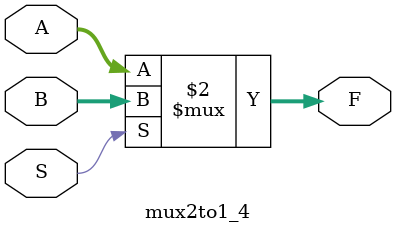
<source format=sv>
module mux2to1_4 (
    input  wire [3:0] A, 
    input  wire [3:0] B, 
    input  wire       S, 
    output wire [3:0] F  
);
  assign F = (S == 1'b0) ? A : B;
  
endmodule

</source>
